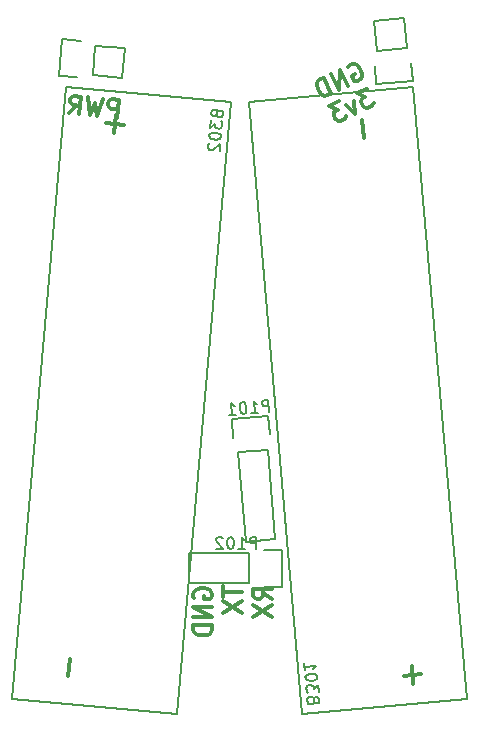
<source format=gbo>
G04 #@! TF.FileFunction,Legend,Bot*
%FSLAX46Y46*%
G04 Gerber Fmt 4.6, Leading zero omitted, Abs format (unit mm)*
G04 Created by KiCad (PCBNEW 4.0.2-stable) date Thursday, February 23, 2017 'PMt' 11:52:06 PM*
%MOMM*%
G01*
G04 APERTURE LIST*
%ADD10C,0.100000*%
%ADD11C,0.300000*%
%ADD12C,0.150000*%
G04 APERTURE END LIST*
D10*
D11*
X81160000Y-134742857D02*
X81083810Y-134600000D01*
X81083810Y-134385714D01*
X81160000Y-134171429D01*
X81312381Y-134028571D01*
X81464762Y-133957143D01*
X81769524Y-133885714D01*
X81998095Y-133885714D01*
X82302857Y-133957143D01*
X82455238Y-134028571D01*
X82607619Y-134171429D01*
X82683810Y-134385714D01*
X82683810Y-134528571D01*
X82607619Y-134742857D01*
X82531429Y-134814286D01*
X81998095Y-134814286D01*
X81998095Y-134528571D01*
X82683810Y-135457143D02*
X81083810Y-135457143D01*
X82683810Y-136314286D01*
X81083810Y-136314286D01*
X82683810Y-137028572D02*
X81083810Y-137028572D01*
X81083810Y-137385715D01*
X81160000Y-137600000D01*
X81312381Y-137742858D01*
X81464762Y-137814286D01*
X81769524Y-137885715D01*
X81998095Y-137885715D01*
X82302857Y-137814286D01*
X82455238Y-137742858D01*
X82607619Y-137600000D01*
X82683810Y-137385715D01*
X82683810Y-137028572D01*
X83623810Y-133742857D02*
X83623810Y-134600000D01*
X85223810Y-134171429D02*
X83623810Y-134171429D01*
X83623810Y-134957143D02*
X85223810Y-135957143D01*
X83623810Y-135957143D02*
X85223810Y-134957143D01*
X87763810Y-134814286D02*
X87001905Y-134314286D01*
X87763810Y-133957143D02*
X86163810Y-133957143D01*
X86163810Y-134528571D01*
X86240000Y-134671429D01*
X86316190Y-134742857D01*
X86468571Y-134814286D01*
X86697143Y-134814286D01*
X86849524Y-134742857D01*
X86925714Y-134671429D01*
X87001905Y-134528571D01*
X87001905Y-133957143D01*
X86163810Y-135314286D02*
X87763810Y-136314286D01*
X86163810Y-136314286D02*
X87763810Y-135314286D01*
X74633248Y-94050300D02*
X74763982Y-92556008D01*
X74194728Y-92506205D01*
X74046188Y-92564911D01*
X73968807Y-92629843D01*
X73885199Y-92765931D01*
X73866522Y-92979401D01*
X73925229Y-93127941D01*
X73990160Y-93205322D01*
X74126249Y-93288930D01*
X74695502Y-93338733D01*
X73412003Y-92437725D02*
X72925485Y-93900890D01*
X72734240Y-92808638D01*
X72356232Y-93851087D01*
X72131182Y-92325668D01*
X70577312Y-93695452D02*
X71137663Y-93027463D01*
X71431193Y-93770157D02*
X71561927Y-92275865D01*
X70992673Y-92226062D01*
X70844134Y-92284768D01*
X70766752Y-92349700D01*
X70683144Y-92485788D01*
X70664468Y-92699257D01*
X70723174Y-92847797D01*
X70788105Y-92925179D01*
X70924194Y-93008787D01*
X71493447Y-93058590D01*
X94211675Y-89749708D02*
X94310960Y-89624597D01*
X94505169Y-89534036D01*
X94729564Y-89508212D01*
X94919411Y-89577310D01*
X95044521Y-89676596D01*
X95230006Y-89905354D01*
X95320567Y-90099562D01*
X95376579Y-90388695D01*
X95372217Y-90548354D01*
X95303118Y-90738201D01*
X95139096Y-90893498D01*
X95009624Y-90953872D01*
X94785228Y-90979697D01*
X94690304Y-90945148D01*
X94478995Y-90491994D01*
X94737941Y-90371245D01*
X94168052Y-91346303D02*
X93534124Y-89986842D01*
X93391216Y-91708548D01*
X92757289Y-90349086D01*
X92743853Y-92010418D02*
X92109926Y-90650956D01*
X91786245Y-90801891D01*
X91622224Y-90957189D01*
X91553124Y-91147036D01*
X91548762Y-91306695D01*
X91604774Y-91595828D01*
X91695335Y-91790036D01*
X91880820Y-92018794D01*
X92005930Y-92118080D01*
X92195777Y-92187178D01*
X92420172Y-92161353D01*
X92743853Y-92010418D01*
X95778397Y-91588428D02*
X94936826Y-91980859D01*
X95631476Y-92287440D01*
X95437267Y-92378001D01*
X95337982Y-92503112D01*
X95303432Y-92598035D01*
X95299070Y-92757694D01*
X95450005Y-93081375D01*
X95575115Y-93180661D01*
X95670039Y-93215211D01*
X95829698Y-93219572D01*
X96218116Y-93038450D01*
X96317402Y-92913340D01*
X96351950Y-92818417D01*
X94694981Y-92645322D02*
X94793918Y-93702565D01*
X94047619Y-92947192D01*
X93447891Y-92675160D02*
X92606320Y-93067591D01*
X93300971Y-93374172D01*
X93106762Y-93464734D01*
X93007476Y-93589844D01*
X92972926Y-93684767D01*
X92968565Y-93844426D01*
X93119500Y-94168108D01*
X93244610Y-94267394D01*
X93339533Y-94301943D01*
X93499193Y-94306305D01*
X93887611Y-94125182D01*
X93986896Y-94000073D01*
X94021445Y-93905149D01*
D12*
X104239412Y-143290972D02*
X99707314Y-91488848D01*
X99707314Y-91488848D02*
X85760588Y-92709028D01*
X85760588Y-92709028D02*
X90292686Y-144511152D01*
X90292686Y-144511152D02*
X104239412Y-143290972D01*
X69990990Y-87420807D02*
X71535091Y-87555898D01*
X75306190Y-88166896D02*
X72775855Y-87945521D01*
X72775855Y-87945521D02*
X72554479Y-90475855D01*
X71264909Y-90644102D02*
X69720807Y-90509010D01*
X69720807Y-90509010D02*
X69990990Y-87420807D01*
X72554479Y-90475855D02*
X75084814Y-90697231D01*
X75084814Y-90697231D02*
X75306190Y-88166896D01*
X87375855Y-122154479D02*
X88039982Y-129745483D01*
X84845521Y-122375855D02*
X85509647Y-129966859D01*
X84320807Y-119590990D02*
X84455898Y-121135091D01*
X88039982Y-129745483D02*
X85509647Y-129966859D01*
X84845521Y-122375855D02*
X87375855Y-122154479D01*
X87544102Y-120864909D02*
X87409010Y-119320807D01*
X87409010Y-119320807D02*
X84320807Y-119590990D01*
X99154479Y-88164145D02*
X98933104Y-85633810D01*
X99679193Y-90949010D02*
X99544102Y-89404909D01*
X99154479Y-88164145D02*
X96624145Y-88385521D01*
X96455898Y-89675091D02*
X96590990Y-91219193D01*
X96590990Y-91219193D02*
X99679193Y-90949010D01*
X96624145Y-88385521D02*
X96402769Y-85855186D01*
X96402769Y-85855186D02*
X98933104Y-85633810D01*
X85810000Y-133470000D02*
X80730000Y-133470000D01*
X80730000Y-133470000D02*
X80730000Y-130930000D01*
X80730000Y-130930000D02*
X85810000Y-130930000D01*
X88630000Y-130650000D02*
X87080000Y-130650000D01*
X85810000Y-130930000D02*
X85810000Y-133470000D01*
X87080000Y-133750000D02*
X88630000Y-133750000D01*
X88630000Y-133750000D02*
X88630000Y-130650000D01*
X70288553Y-91488848D02*
X65756455Y-143290972D01*
X65756455Y-143290972D02*
X79703181Y-144511152D01*
X79703181Y-144511152D02*
X84235279Y-92709028D01*
X84235279Y-92709028D02*
X70288553Y-91488848D01*
X91260432Y-143279262D02*
X91200543Y-143141099D01*
X91148954Y-143097812D01*
X91049928Y-143058674D01*
X90907615Y-143071125D01*
X90816890Y-143126864D01*
X90773602Y-143178452D01*
X90734465Y-143277477D01*
X90767667Y-143656981D01*
X91763862Y-143569825D01*
X91734810Y-143237760D01*
X91679072Y-143147034D01*
X91627483Y-143103747D01*
X91528458Y-143064609D01*
X91433582Y-143072910D01*
X91342857Y-143128648D01*
X91299569Y-143180236D01*
X91260432Y-143279262D01*
X91289484Y-143611328D01*
X91685007Y-142668506D02*
X91631053Y-142051814D01*
X91280603Y-142417081D01*
X91268152Y-142274767D01*
X91212413Y-142184042D01*
X91160825Y-142140754D01*
X91061799Y-142101617D01*
X90824610Y-142122368D01*
X90733884Y-142178107D01*
X90690597Y-142229695D01*
X90651459Y-142328721D01*
X90676361Y-142613348D01*
X90732099Y-142704074D01*
X90783688Y-142747361D01*
X91577100Y-141435122D02*
X91568799Y-141340246D01*
X91513061Y-141249520D01*
X91461473Y-141206233D01*
X91362447Y-141167096D01*
X91168545Y-141136259D01*
X90931355Y-141157010D01*
X90745754Y-141221049D01*
X90655029Y-141276788D01*
X90611741Y-141328376D01*
X90572604Y-141427401D01*
X90580905Y-141522278D01*
X90636643Y-141613003D01*
X90688231Y-141656291D01*
X90787257Y-141695428D01*
X90981159Y-141726265D01*
X91218349Y-141705513D01*
X91403949Y-141641475D01*
X91494675Y-141585736D01*
X91537962Y-141534148D01*
X91577100Y-141435122D01*
X90468847Y-140241456D02*
X90518651Y-140810710D01*
X90493749Y-140526083D02*
X91489944Y-140438928D01*
X91355931Y-140546254D01*
X91269356Y-140649430D01*
X91230219Y-140748456D01*
D11*
X95518331Y-95731993D02*
X95385522Y-94213981D01*
X100401008Y-141160260D02*
X98882996Y-141293069D01*
X99708406Y-141985670D02*
X99575597Y-140467659D01*
D12*
X87516040Y-118932382D02*
X87428884Y-117936187D01*
X87049381Y-117969389D01*
X86958655Y-118025128D01*
X86915368Y-118076716D01*
X86876231Y-118175742D01*
X86888681Y-118318055D01*
X86944420Y-118408780D01*
X86996008Y-118452068D01*
X87095034Y-118491205D01*
X87474537Y-118458003D01*
X85998028Y-119065191D02*
X86567283Y-119015387D01*
X86282656Y-119040289D02*
X86195500Y-118044094D01*
X86302827Y-118178107D01*
X86406003Y-118264682D01*
X86505029Y-118303819D01*
X85294181Y-118122949D02*
X85199305Y-118131250D01*
X85108579Y-118186988D01*
X85065292Y-118238576D01*
X85026155Y-118337602D01*
X84995318Y-118531504D01*
X85016069Y-118768694D01*
X85080108Y-118954295D01*
X85135847Y-119045020D01*
X85187435Y-119088308D01*
X85286460Y-119127445D01*
X85381337Y-119119144D01*
X85472062Y-119063406D01*
X85515350Y-119011818D01*
X85554487Y-118912792D01*
X85585324Y-118718890D01*
X85564572Y-118481700D01*
X85500534Y-118296100D01*
X85444795Y-118205374D01*
X85393207Y-118162087D01*
X85294181Y-118122949D01*
X84100515Y-119231202D02*
X84669769Y-119181398D01*
X84385142Y-119206300D02*
X84297987Y-118210105D01*
X84405313Y-118344118D01*
X84508489Y-118430693D01*
X84607515Y-118469830D01*
X86430476Y-130552381D02*
X86430476Y-129552381D01*
X86049523Y-129552381D01*
X85954285Y-129600000D01*
X85906666Y-129647619D01*
X85859047Y-129742857D01*
X85859047Y-129885714D01*
X85906666Y-129980952D01*
X85954285Y-130028571D01*
X86049523Y-130076190D01*
X86430476Y-130076190D01*
X84906666Y-130552381D02*
X85478095Y-130552381D01*
X85192381Y-130552381D02*
X85192381Y-129552381D01*
X85287619Y-129695238D01*
X85382857Y-129790476D01*
X85478095Y-129838095D01*
X84287619Y-129552381D02*
X84192380Y-129552381D01*
X84097142Y-129600000D01*
X84049523Y-129647619D01*
X84001904Y-129742857D01*
X83954285Y-129933333D01*
X83954285Y-130171429D01*
X84001904Y-130361905D01*
X84049523Y-130457143D01*
X84097142Y-130504762D01*
X84192380Y-130552381D01*
X84287619Y-130552381D01*
X84382857Y-130504762D01*
X84430476Y-130457143D01*
X84478095Y-130361905D01*
X84525714Y-130171429D01*
X84525714Y-129933333D01*
X84478095Y-129742857D01*
X84430476Y-129647619D01*
X84382857Y-129600000D01*
X84287619Y-129552381D01*
X83573333Y-129647619D02*
X83525714Y-129600000D01*
X83430476Y-129552381D01*
X83192380Y-129552381D01*
X83097142Y-129600000D01*
X83049523Y-129647619D01*
X83001904Y-129742857D01*
X83001904Y-129838095D01*
X83049523Y-129980952D01*
X83620952Y-130552381D01*
X83001904Y-130552381D01*
X83068321Y-93754156D02*
X83103308Y-93900620D01*
X83146596Y-93952208D01*
X83237321Y-94007946D01*
X83379635Y-94020397D01*
X83478661Y-93981260D01*
X83530249Y-93937972D01*
X83585987Y-93847247D01*
X83619189Y-93467743D01*
X82622995Y-93380588D01*
X82593943Y-93712653D01*
X82633080Y-93811679D01*
X82676367Y-93863267D01*
X82767093Y-93919005D01*
X82861968Y-93927306D01*
X82960994Y-93888169D01*
X83012582Y-93844881D01*
X83068321Y-93754156D01*
X83097373Y-93422090D01*
X82544139Y-94281907D02*
X82490186Y-94898599D01*
X82898740Y-94599736D01*
X82886289Y-94742050D01*
X82925426Y-94841076D01*
X82968714Y-94892664D01*
X83059440Y-94948402D01*
X83296629Y-94969154D01*
X83395655Y-94930016D01*
X83447243Y-94886729D01*
X83502982Y-94796004D01*
X83527883Y-94511376D01*
X83488746Y-94412350D01*
X83445458Y-94360762D01*
X82436232Y-95515290D02*
X82427932Y-95610167D01*
X82467069Y-95709193D01*
X82510356Y-95760781D01*
X82601082Y-95816519D01*
X82786683Y-95880558D01*
X83023873Y-95901310D01*
X83217774Y-95870473D01*
X83316800Y-95831336D01*
X83368388Y-95788048D01*
X83424126Y-95697323D01*
X83432427Y-95602446D01*
X83393290Y-95503420D01*
X83350002Y-95451832D01*
X83259277Y-95396094D01*
X83073676Y-95332055D01*
X82836486Y-95311304D01*
X82642585Y-95342140D01*
X82543559Y-95381278D01*
X82491971Y-95424565D01*
X82436232Y-95515290D01*
X82468854Y-96235159D02*
X82417266Y-96278446D01*
X82361527Y-96369172D01*
X82340776Y-96606362D01*
X82379913Y-96705388D01*
X82423201Y-96756976D01*
X82513926Y-96812714D01*
X82608802Y-96821014D01*
X82755265Y-96786028D01*
X83374323Y-96266576D01*
X83320370Y-96883269D01*
D11*
X70618612Y-139839699D02*
X70485803Y-141357711D01*
X75191760Y-94671157D02*
X73673748Y-94538348D01*
X74366350Y-95363758D02*
X74499159Y-93845747D01*
M02*

</source>
